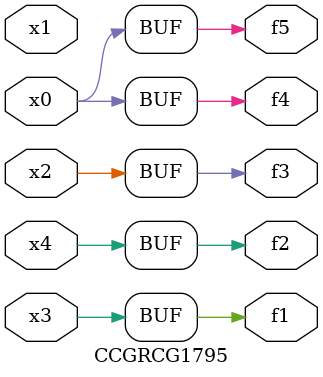
<source format=v>
module CCGRCG1795(
	input x0, x1, x2, x3, x4,
	output f1, f2, f3, f4, f5
);
	assign f1 = x3;
	assign f2 = x4;
	assign f3 = x2;
	assign f4 = x0;
	assign f5 = x0;
endmodule

</source>
